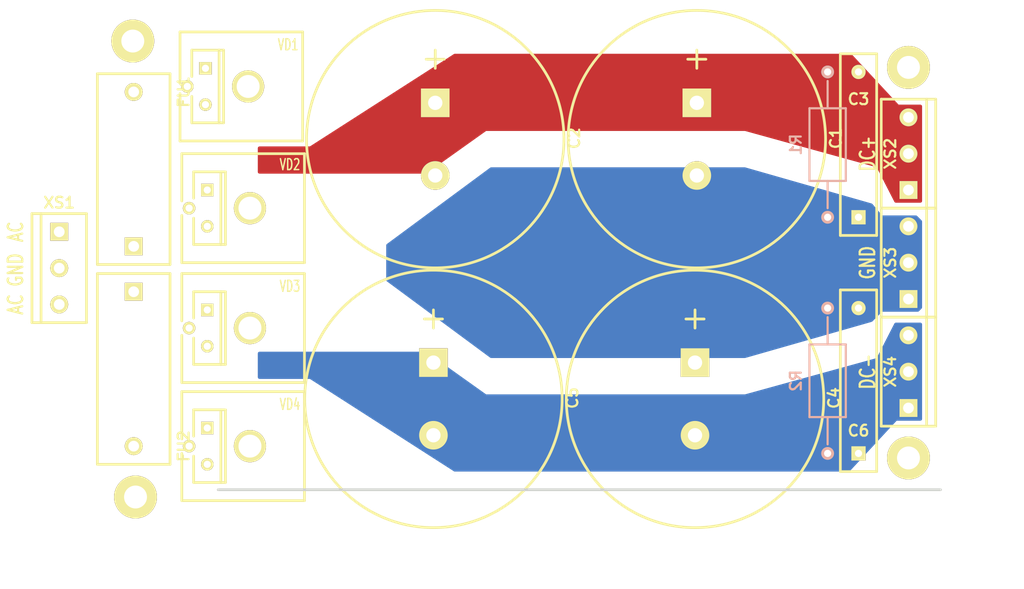
<source format=kicad_pcb>
(kicad_pcb (version 4) (host pcbnew 4.0.1-3.201512221401+6198~38~ubuntu15.10.1-stable)

  (general
    (links 33)
    (no_connects 14)
    (area 81.724499 128.079499 183.105501 128.460501)
    (thickness 1.6002)
    (drawings 9)
    (tracks 0)
    (zones 0)
    (modules 22)
    (nets 8)
  )

  (page A4)
  (layers
    (0 Front signal)
    (31 Back signal)
    (32 B.Adhes user)
    (33 F.Adhes user)
    (34 B.Paste user)
    (35 F.Paste user)
    (36 B.SilkS user)
    (37 F.SilkS user)
    (38 B.Mask user)
    (39 F.Mask user)
    (40 Dwgs.User user)
    (41 Cmts.User user)
    (42 Eco1.User user)
    (43 Eco2.User user)
    (44 Edge.Cuts user)
  )

  (setup
    (last_trace_width 1)
    (user_trace_width 2)
    (user_trace_width 4)
    (user_trace_width 5)
    (trace_clearance 0.5)
    (zone_clearance 1)
    (zone_45_only no)
    (trace_min 0.50038)
    (segment_width 0.381)
    (edge_width 0.381)
    (via_size 0.889)
    (via_drill 0.635)
    (via_min_size 0.889)
    (via_min_drill 0.508)
    (uvia_size 0.508)
    (uvia_drill 0.127)
    (uvias_allowed no)
    (uvia_min_size 0.508)
    (uvia_min_drill 0.127)
    (pcb_text_width 0.3048)
    (pcb_text_size 1.524 2.032)
    (mod_edge_width 0.381)
    (mod_text_size 1.524 1.524)
    (mod_text_width 0.3048)
    (pad_size 5.99948 5.99948)
    (pad_drill 3.2004)
    (pad_to_mask_clearance 0.254)
    (aux_axis_origin 0 0)
    (visible_elements FFFFFFBF)
    (pcbplotparams
      (layerselection 0x00030_80000001)
      (usegerberextensions true)
      (excludeedgelayer true)
      (linewidth 0.150000)
      (plotframeref false)
      (viasonmask false)
      (mode 1)
      (useauxorigin false)
      (hpglpennumber 1)
      (hpglpenspeed 20)
      (hpglpendiameter 15)
      (hpglpenoverlay 0)
      (psnegative false)
      (psa4output false)
      (plotreference true)
      (plotvalue true)
      (plotinvisibletext false)
      (padsonsilk true)
      (subtractmaskfromsilk true)
      (outputformat 1)
      (mirror false)
      (drillshape 0)
      (scaleselection 1)
      (outputdirectory /home/vdn/git/IWProject/kicad/voltage_regulator/))
  )

  (net 0 "")
  (net 1 /GND)
  (net 2 /VCC+)
  (net 3 /VCC-)
  (net 4 "Net-(FU1-Pad1)")
  (net 5 "Net-(FU1-Pad2)")
  (net 6 "Net-(FU2-Pad1)")
  (net 7 "Net-(FU2-Pad2)")

  (net_class Default "This is the default net class."
    (clearance 0.5)
    (trace_width 1)
    (via_dia 0.889)
    (via_drill 0.635)
    (uvia_dia 0.508)
    (uvia_drill 0.127)
    (add_net /GND)
    (add_net /VCC+)
    (add_net /VCC-)
    (add_net "Net-(FU1-Pad1)")
    (add_net "Net-(FU1-Pad2)")
    (add_net "Net-(FU2-Pad1)")
    (add_net "Net-(FU2-Pad2)")
  )

  (module FU_PTF15B (layer Front) (tedit 5544B231) (tstamp 51AC4813)
    (at 70.104 89.154 90)
    (descr "Bornier d'alimentation 2 pins")
    (tags DEV)
    (path /51AC3C99)
    (fp_text reference FU1 (at 16.51 6.985 90) (layer F.SilkS)
      (effects (font (thickness 0.3048)))
    )
    (fp_text value "15 A" (at 6.35 0 90) (layer F.SilkS) hide
      (effects (font (thickness 0.3048)))
    )
    (fp_line (start 19.05 -5.08) (end 19.05 5.08) (layer F.SilkS) (width 0.381))
    (fp_line (start -7.62 -5.08) (end -7.62 5.08) (layer F.SilkS) (width 0.381))
    (fp_line (start -7.62 5.08) (end 19.05 5.08) (layer F.SilkS) (width 0.381))
    (fp_line (start -7.62 -5.08) (end 19.05 -5.08) (layer F.SilkS) (width 0.381))
    (pad 1 thru_hole rect (at -5.08 0 90) (size 2.49936 2.49936) (drill 1.50114) (layers *.Cu *.Mask F.SilkS)
      (net 4 "Net-(FU1-Pad1)"))
    (pad 2 thru_hole circle (at 16.51 0 90) (size 2.49936 2.49936) (drill 1.50114) (layers *.Cu *.Mask F.SilkS)
      (net 5 "Net-(FU1-Pad2)"))
    (model device/bornier_2.wrl
      (at (xyz 0 0 0))
      (scale (xyz 1 1 1))
      (rotate (xyz 0 0 0))
    )
  )

  (module DG126-5.0-03P-14 (layer Front) (tedit 56B761C0) (tstamp 51AC49B9)
    (at 59.69 97.282 270)
    (descr "Bornier d'alimentation 2 pins")
    (tags DEV)
    (path /51AC3C4F)
    (fp_text reference XS1 (at -9.144 0 540) (layer F.SilkS)
      (effects (font (thickness 0.3048)))
    )
    (fp_text value DG126-5.0-03P-14 (at 0 9.398 270) (layer F.SilkS) hide
      (effects (font (thickness 0.3048)))
    )
    (fp_line (start -7.62 3.81) (end -7.62 -3.81) (layer F.SilkS) (width 0.381))
    (fp_line (start 7.62 3.81) (end 7.62 -3.81) (layer F.SilkS) (width 0.381))
    (fp_line (start -7.62 3.81) (end 7.62 3.81) (layer F.SilkS) (width 0.381))
    (fp_line (start -7.62 -3.81) (end 7.62 -3.81) (layer F.SilkS) (width 0.381))
    (fp_line (start 7.62 2.54) (end -7.62 2.54) (layer F.SilkS) (width 0.381))
    (pad 3 thru_hole circle (at 5.08 0 270) (size 2.49936 2.49936) (drill 1.50114) (layers *.Cu *.Mask F.SilkS)
      (net 6 "Net-(FU2-Pad1)"))
    (pad 1 thru_hole rect (at -5.08 0 270) (size 2.49936 2.49936) (drill 1.50114) (layers *.Cu *.Mask F.SilkS)
      (net 4 "Net-(FU1-Pad1)"))
    (pad 2 thru_hole circle (at 0 0 270) (size 2.49936 2.49936) (drill 1.50114) (layers *.Cu *.Mask F.SilkS)
      (net 1 /GND))
    (model device/bornier_2.wrl
      (at (xyz 0 0 0))
      (scale (xyz 1 1 1))
      (rotate (xyz 0 0 0))
    )
  )

  (module 1_pin (layer Front) (tedit 5544BF5D) (tstamp 51AC5623)
    (at 182.88 123.19)
    (descr "module 1 pin (ou trou mecanique de percage)")
    (tags DEV)
    (path 1_pin)
    (fp_text reference 1_PIN (at 0 -3.048) (layer F.SilkS) hide
      (effects (font (size 0.50038 0.50038) (thickness 0.12446)))
    )
    (fp_text value P*** (at 0 -1.524) (layer F.SilkS) hide
      (effects (font (size 1.016 1.016) (thickness 0.254)))
    )
    (pad 1 thru_hole circle (at -4.445 0.635) (size 5.99948 5.99948) (drill 3.2004) (layers *.Cu *.Mask F.SilkS)
      (solder_mask_margin 1.99898) (clearance 1.00076))
  )

  (module 1_pin (layer Front) (tedit 5544BE98) (tstamp 51AC5620)
    (at 182.88 66.04)
    (descr "module 1 pin (ou trou mecanique de percage)")
    (tags DEV)
    (path 1_pin)
    (fp_text reference 1_PIN (at 0 -3.048) (layer F.SilkS) hide
      (effects (font (size 0.50038 0.50038) (thickness 0.12446)))
    )
    (fp_text value P*** (at 0 -1.524) (layer F.SilkS) hide
      (effects (font (size 1.016 1.016) (thickness 0.254)))
    )
    (pad 1 thru_hole circle (at -4.445 3.175) (size 5.99948 5.99948) (drill 3.2004) (layers *.Cu *.Mask F.SilkS)
      (solder_mask_margin 1.99898) (clearance 1.00076))
  )

  (module 1_pin (layer Front) (tedit 56B76177) (tstamp 51AC561D)
    (at 60.198 130.556)
    (descr "module 1 pin (ou trou mecanique de percage)")
    (tags DEV)
    (path 1_pin)
    (fp_text reference 1_PIN (at 10.16 3.302) (layer F.SilkS) hide
      (effects (font (size 0.50038 0.50038) (thickness 0.12446)))
    )
    (fp_text value P*** (at 10.16 4.572) (layer F.SilkS) hide
      (effects (font (size 1.016 1.016) (thickness 0.254)))
    )
    (pad 1 thru_hole circle (at 10.16 -1.27) (size 5.99948 5.99948) (drill 3.2004) (layers *.Cu *.Mask F.SilkS)
      (solder_mask_margin 1.99898) (clearance 1.00076))
  )

  (module FU_PTF15B (layer Front) (tedit 5544B22C) (tstamp 51AC4815)
    (at 70.104 105.664 270)
    (descr "Bornier d'alimentation 2 pins")
    (tags DEV)
    (path /51AC3D29)
    (fp_text reference FU2 (at 16.51 -6.985 270) (layer F.SilkS)
      (effects (font (thickness 0.3048)))
    )
    (fp_text value "15 A" (at 6.35 0 270) (layer F.SilkS) hide
      (effects (font (thickness 0.3048)))
    )
    (fp_line (start 19.05 -5.08) (end 19.05 5.08) (layer F.SilkS) (width 0.381))
    (fp_line (start -7.62 -5.08) (end -7.62 5.08) (layer F.SilkS) (width 0.381))
    (fp_line (start -7.62 5.08) (end 19.05 5.08) (layer F.SilkS) (width 0.381))
    (fp_line (start -7.62 -5.08) (end 19.05 -5.08) (layer F.SilkS) (width 0.381))
    (pad 1 thru_hole rect (at -5.08 0 270) (size 2.49936 2.49936) (drill 1.50114) (layers *.Cu *.Mask F.SilkS)
      (net 6 "Net-(FU2-Pad1)"))
    (pad 2 thru_hole circle (at 16.51 0 270) (size 2.49936 2.49936) (drill 1.50114) (layers *.Cu *.Mask F.SilkS)
      (net 7 "Net-(FU2-Pad2)"))
    (model device/bornier_2.wrl
      (at (xyz 0 0 0))
      (scale (xyz 1 1 1))
      (rotate (xyz 0 0 0))
    )
  )

  (module K73-17 (layer Front) (tedit 55744D57) (tstamp 51AC4F94)
    (at 171.45 90.17 90)
    (descr "Bornier d'alimentation 2 pins")
    (tags DEV)
    (path /51AC3F2D)
    (fp_text reference C3 (at 16.51 0 180) (layer F.SilkS)
      (effects (font (thickness 0.3048)))
    )
    (fp_text value "0.47мк 400В" (at 10.16 5.08 90) (layer F.SilkS) hide
      (effects (font (thickness 0.3048)))
    )
    (fp_line (start 22.86 -2.54) (end -2.54 -2.54) (layer F.SilkS) (width 0.381))
    (fp_line (start -2.54 2.54) (end 22.86 2.54) (layer F.SilkS) (width 0.381))
    (fp_line (start 22.86 -2.54) (end 22.86 2.54) (layer F.SilkS) (width 0.381))
    (fp_line (start -2.54 -2.54) (end -2.54 2.54) (layer F.SilkS) (width 0.381))
    (pad 1 thru_hole rect (at 0 0 90) (size 1.99898 1.99898) (drill 1.00076) (layers *.Cu *.Mask F.SilkS)
      (net 1 /GND))
    (pad 2 thru_hole circle (at 20.32 0 90) (size 1.99898 1.99898) (drill 1.00076) (layers *.Cu *.Mask F.SilkS)
      (net 2 /VCC+))
    (model device/bornier_2.wrl
      (at (xyz 0 0 0))
      (scale (xyz 1 1 1))
      (rotate (xyz 0 0 0))
    )
  )

  (module K73-17 (layer Front) (tedit 55744D64) (tstamp 51AC4F96)
    (at 171.45 123.19 90)
    (descr "Bornier d'alimentation 2 pins")
    (tags DEV)
    (path /51AC3F7E)
    (fp_text reference C6 (at 3.175 0 180) (layer F.SilkS)
      (effects (font (thickness 0.3048)))
    )
    (fp_text value "0.47мк 400В" (at 10.16 5.08 90) (layer F.SilkS) hide
      (effects (font (thickness 0.3048)))
    )
    (fp_line (start 22.86 -2.54) (end -2.54 -2.54) (layer F.SilkS) (width 0.381))
    (fp_line (start -2.54 2.54) (end 22.86 2.54) (layer F.SilkS) (width 0.381))
    (fp_line (start 22.86 -2.54) (end 22.86 2.54) (layer F.SilkS) (width 0.381))
    (fp_line (start -2.54 -2.54) (end -2.54 2.54) (layer F.SilkS) (width 0.381))
    (pad 1 thru_hole rect (at 0 0 90) (size 1.99898 1.99898) (drill 1.00076) (layers *.Cu *.Mask F.SilkS)
      (net 3 /VCC-))
    (pad 2 thru_hole circle (at 20.32 0 90) (size 1.99898 1.99898) (drill 1.00076) (layers *.Cu *.Mask F.SilkS)
      (net 1 /GND))
    (model device/bornier_2.wrl
      (at (xyz 0 0 0))
      (scale (xyz 1 1 1))
      (rotate (xyz 0 0 0))
    )
  )

  (module 1_pin (layer Front) (tedit 56B76187) (tstamp 51AC55F6)
    (at 65.532 62.992)
    (descr "module 1 pin (ou trou mecanique de percage)")
    (tags DEV)
    (path 1_pin)
    (fp_text reference 1_PIN (at 3.81 -3.302) (layer F.SilkS) hide
      (effects (font (size 0.50038 0.50038) (thickness 0.12446)))
    )
    (fp_text value P*** (at 4.064 -2.032) (layer F.SilkS) hide
      (effects (font (size 1.016 1.016) (thickness 0.254)))
    )
    (pad 1 thru_hole circle (at 4.445 2.54) (size 5.99948 5.99948) (drill 3.2004) (layers *.Cu *.Mask F.SilkS)
      (solder_mask_margin 1.99898) (clearance 1.00076))
  )

  (module DG126-5.0-03P-14 (layer Front) (tedit 55744D78) (tstamp 51AC49BB)
    (at 178.435 81.28 90)
    (descr "Bornier d'alimentation 2 pins")
    (tags DEV)
    (path /55744C00)
    (fp_text reference XS2 (at 0 -2.54 90) (layer F.SilkS)
      (effects (font (thickness 0.3048)))
    )
    (fp_text value DG126-5.0-03P-14 (at 0 5.08 90) (layer F.SilkS) hide
      (effects (font (thickness 0.3048)))
    )
    (fp_line (start -7.62 3.81) (end -7.62 -3.81) (layer F.SilkS) (width 0.381))
    (fp_line (start 7.62 3.81) (end 7.62 -3.81) (layer F.SilkS) (width 0.381))
    (fp_line (start -7.62 3.81) (end 7.62 3.81) (layer F.SilkS) (width 0.381))
    (fp_line (start -7.62 -3.81) (end 7.62 -3.81) (layer F.SilkS) (width 0.381))
    (fp_line (start 7.62 2.54) (end -7.62 2.54) (layer F.SilkS) (width 0.381))
    (pad 3 thru_hole circle (at 5.08 0 90) (size 2.49936 2.49936) (drill 1.50114) (layers *.Cu *.Mask F.SilkS)
      (net 2 /VCC+))
    (pad 1 thru_hole rect (at -5.08 0 90) (size 2.49936 2.49936) (drill 1.50114) (layers *.Cu *.Mask F.SilkS)
      (net 2 /VCC+))
    (pad 2 thru_hole circle (at 0 0 90) (size 2.49936 2.49936) (drill 1.50114) (layers *.Cu *.Mask F.SilkS)
      (net 2 /VCC+))
    (model device/bornier_2.wrl
      (at (xyz 0 0 0))
      (scale (xyz 1 1 1))
      (rotate (xyz 0 0 0))
    )
  )

  (module DG126-5.0-03P-14 (layer Front) (tedit 55744D72) (tstamp 55744CFF)
    (at 178.435 96.52 90)
    (descr "Bornier d'alimentation 2 pins")
    (tags DEV)
    (path /51AC3EE1)
    (fp_text reference XS3 (at 0 -2.54 90) (layer F.SilkS)
      (effects (font (thickness 0.3048)))
    )
    (fp_text value DG126-5.0-03P-14 (at 0 5.08 90) (layer F.SilkS) hide
      (effects (font (thickness 0.3048)))
    )
    (fp_line (start -7.62 3.81) (end -7.62 -3.81) (layer F.SilkS) (width 0.381))
    (fp_line (start 7.62 3.81) (end 7.62 -3.81) (layer F.SilkS) (width 0.381))
    (fp_line (start -7.62 3.81) (end 7.62 3.81) (layer F.SilkS) (width 0.381))
    (fp_line (start -7.62 -3.81) (end 7.62 -3.81) (layer F.SilkS) (width 0.381))
    (fp_line (start 7.62 2.54) (end -7.62 2.54) (layer F.SilkS) (width 0.381))
    (pad 3 thru_hole circle (at 5.08 0 90) (size 2.49936 2.49936) (drill 1.50114) (layers *.Cu *.Mask F.SilkS)
      (net 1 /GND))
    (pad 1 thru_hole rect (at -5.08 0 90) (size 2.49936 2.49936) (drill 1.50114) (layers *.Cu *.Mask F.SilkS)
      (net 1 /GND))
    (pad 2 thru_hole circle (at 0 0 90) (size 2.49936 2.49936) (drill 1.50114) (layers *.Cu *.Mask F.SilkS)
      (net 1 /GND))
    (model device/bornier_2.wrl
      (at (xyz 0 0 0))
      (scale (xyz 1 1 1))
      (rotate (xyz 0 0 0))
    )
  )

  (module DG126-5.0-03P-14 (layer Front) (tedit 55744D6C) (tstamp 55744D0B)
    (at 178.435 111.76 90)
    (descr "Bornier d'alimentation 2 pins")
    (tags DEV)
    (path /55744C06)
    (fp_text reference XS4 (at 0 -2.54 90) (layer F.SilkS)
      (effects (font (thickness 0.3048)))
    )
    (fp_text value DG126-5.0-03P-14 (at 0 5.08 90) (layer F.SilkS) hide
      (effects (font (thickness 0.3048)))
    )
    (fp_line (start -7.62 3.81) (end -7.62 -3.81) (layer F.SilkS) (width 0.381))
    (fp_line (start 7.62 3.81) (end 7.62 -3.81) (layer F.SilkS) (width 0.381))
    (fp_line (start -7.62 3.81) (end 7.62 3.81) (layer F.SilkS) (width 0.381))
    (fp_line (start -7.62 -3.81) (end 7.62 -3.81) (layer F.SilkS) (width 0.381))
    (fp_line (start 7.62 2.54) (end -7.62 2.54) (layer F.SilkS) (width 0.381))
    (pad 3 thru_hole circle (at 5.08 0 90) (size 2.49936 2.49936) (drill 1.50114) (layers *.Cu *.Mask F.SilkS)
      (net 3 /VCC-))
    (pad 1 thru_hole rect (at -5.08 0 90) (size 2.49936 2.49936) (drill 1.50114) (layers *.Cu *.Mask F.SilkS)
      (net 3 /VCC-))
    (pad 2 thru_hole circle (at 0 0 90) (size 2.49936 2.49936) (drill 1.50114) (layers *.Cu *.Mask F.SilkS)
      (net 3 /VCC-))
    (model device/bornier_2.wrl
      (at (xyz 0 0 0))
      (scale (xyz 1 1 1))
      (rotate (xyz 0 0 0))
    )
  )

  (module LFcomponents:RESISTOR_1W (layer Back) (tedit 554A4B5A) (tstamp 569628E2)
    (at 167.132 80.01 270)
    (descr "Bornier d'alimentation 2 pins")
    (tags DEV)
    (path /56962990)
    (fp_text reference R1 (at 0 4.445 270) (layer B.SilkS)
      (effects (font (thickness 0.3048)) (justify mirror))
    )
    (fp_text value "20 к" (at 0 -4.445 270) (layer B.SilkS) hide
      (effects (font (thickness 0.3048)) (justify mirror))
    )
    (fp_line (start -5.08 0) (end -8.89 0) (layer B.SilkS) (width 0.3048))
    (fp_line (start 5.08 0) (end 8.89 0) (layer B.SilkS) (width 0.3048))
    (fp_line (start -5.08 -2.54) (end 5.08 -2.54) (layer B.SilkS) (width 0.3048))
    (fp_line (start 5.08 -2.54) (end 5.08 2.54) (layer B.SilkS) (width 0.3048))
    (fp_line (start -5.08 -2.54) (end -5.08 2.54) (layer B.SilkS) (width 0.3048))
    (fp_line (start -5.08 2.54) (end 5.08 2.54) (layer B.SilkS) (width 0.3048))
    (pad 1 thru_hole circle (at -10.16 0 270) (size 1.8 1.8) (drill 1) (layers *.Cu *.Mask B.SilkS)
      (net 2 /VCC+))
    (pad 2 thru_hole circle (at 10.16 0 270) (size 1.8 1.8) (drill 1) (layers *.Cu *.Mask B.SilkS)
      (net 1 /GND))
  )

  (module LFcomponents:RESISTOR_1W (layer Back) (tedit 554A4B5A) (tstamp 569628E8)
    (at 167.132 113.03 270)
    (descr "Bornier d'alimentation 2 pins")
    (tags DEV)
    (path /56962C17)
    (fp_text reference R2 (at 0 4.445 270) (layer B.SilkS)
      (effects (font (thickness 0.3048)) (justify mirror))
    )
    (fp_text value "20 к" (at 0 -4.445 270) (layer B.SilkS) hide
      (effects (font (thickness 0.3048)) (justify mirror))
    )
    (fp_line (start -5.08 0) (end -8.89 0) (layer B.SilkS) (width 0.3048))
    (fp_line (start 5.08 0) (end 8.89 0) (layer B.SilkS) (width 0.3048))
    (fp_line (start -5.08 -2.54) (end 5.08 -2.54) (layer B.SilkS) (width 0.3048))
    (fp_line (start 5.08 -2.54) (end 5.08 2.54) (layer B.SilkS) (width 0.3048))
    (fp_line (start -5.08 -2.54) (end -5.08 2.54) (layer B.SilkS) (width 0.3048))
    (fp_line (start -5.08 2.54) (end 5.08 2.54) (layer B.SilkS) (width 0.3048))
    (pad 1 thru_hole circle (at -10.16 0 270) (size 1.8 1.8) (drill 1) (layers *.Cu *.Mask B.SilkS)
      (net 1 /GND))
    (pad 2 thru_hole circle (at 10.16 0 270) (size 1.8 1.8) (drill 1) (layers *.Cu *.Mask B.SilkS)
      (net 3 /VCC-))
  )

  (module LFcomponents:TO220_RAD_16.5x15_VD (layer Front) (tedit 56B75F8A) (tstamp 56B76AC4)
    (at 86.106 71.882)
    (tags "TR TO220")
    (path /56B75911)
    (fp_text reference VD1 (at 5.588 -5.842) (layer F.SilkS)
      (effects (font (size 1.524 1.016) (thickness 0.2032)))
    )
    (fp_text value MBR15100 (at 4.064 0 90) (layer F.SilkS) hide
      (effects (font (size 1.524 1.016) (thickness 0.2032)))
    )
    (fp_line (start -9.525 -7.62) (end -9.525 -1.016) (layer F.SilkS) (width 0.381))
    (fp_line (start -9.525 7.62) (end -9.525 1.016) (layer F.SilkS) (width 0.381))
    (fp_line (start -7.874 -5.08) (end -7.874 -1.397) (layer F.SilkS) (width 0.381))
    (fp_line (start -7.874 5.08) (end -7.874 1.397) (layer F.SilkS) (width 0.381))
    (fp_line (start 7.62 7.62) (end -9.525 7.62) (layer F.SilkS) (width 0.381))
    (fp_line (start 7.62 -7.62) (end 7.62 7.62) (layer F.SilkS) (width 0.381))
    (fp_line (start 7.62 -7.62) (end -9.525 -7.62) (layer F.SilkS) (width 0.381))
    (fp_line (start -4.064 -5.08) (end -3.429 -5.08) (layer F.SilkS) (width 0.381))
    (fp_line (start -3.429 -5.08) (end -3.429 5.08) (layer F.SilkS) (width 0.381))
    (fp_line (start -3.429 5.08) (end -4.064 5.08) (layer F.SilkS) (width 0.381))
    (fp_line (start -7.874 -5.08) (end -4.064 -5.08) (layer F.SilkS) (width 0.381))
    (fp_line (start -4.064 -5.08) (end -4.064 5.08) (layer F.SilkS) (width 0.381))
    (fp_line (start -4.064 5.08) (end -7.874 5.08) (layer F.SilkS) (width 0.381))
    (pad 4 thru_hole circle (at 0 0) (size 4.5 4.5) (drill 3.2) (layers *.Cu *.Mask F.SilkS))
    (pad 1 thru_hole rect (at -5.969 -2.54) (size 1.75 1.75) (drill 1) (layers *.Cu *.Mask F.SilkS)
      (net 5 "Net-(FU1-Pad2)"))
    (pad 2 thru_hole circle (at -8.509 0) (size 1.75 1.75) (drill 1) (layers *.Cu *.Mask F.SilkS)
      (net 2 /VCC+))
    (pad 3 thru_hole circle (at -5.969 2.54) (size 1.75 1.75) (drill 1) (layers *.Cu *.Mask F.SilkS))
    (model discret/to220_vert.wrl
      (at (xyz 0 0 0))
      (scale (xyz 1 1 1))
      (rotate (xyz 0 0 0))
    )
  )

  (module LFcomponents:TO220_RAD_16.5x15_VD (layer Front) (tedit 56B75F91) (tstamp 56B76AD9)
    (at 86.36 88.9)
    (tags "TR TO220")
    (path /56B75B22)
    (fp_text reference VD2 (at 5.588 -6.096) (layer F.SilkS)
      (effects (font (size 1.524 1.016) (thickness 0.2032)))
    )
    (fp_text value MBR15100 (at 4.064 0 90) (layer F.SilkS) hide
      (effects (font (size 1.524 1.016) (thickness 0.2032)))
    )
    (fp_line (start -9.525 -7.62) (end -9.525 -1.016) (layer F.SilkS) (width 0.381))
    (fp_line (start -9.525 7.62) (end -9.525 1.016) (layer F.SilkS) (width 0.381))
    (fp_line (start -7.874 -5.08) (end -7.874 -1.397) (layer F.SilkS) (width 0.381))
    (fp_line (start -7.874 5.08) (end -7.874 1.397) (layer F.SilkS) (width 0.381))
    (fp_line (start 7.62 7.62) (end -9.525 7.62) (layer F.SilkS) (width 0.381))
    (fp_line (start 7.62 -7.62) (end 7.62 7.62) (layer F.SilkS) (width 0.381))
    (fp_line (start 7.62 -7.62) (end -9.525 -7.62) (layer F.SilkS) (width 0.381))
    (fp_line (start -4.064 -5.08) (end -3.429 -5.08) (layer F.SilkS) (width 0.381))
    (fp_line (start -3.429 -5.08) (end -3.429 5.08) (layer F.SilkS) (width 0.381))
    (fp_line (start -3.429 5.08) (end -4.064 5.08) (layer F.SilkS) (width 0.381))
    (fp_line (start -7.874 -5.08) (end -4.064 -5.08) (layer F.SilkS) (width 0.381))
    (fp_line (start -4.064 -5.08) (end -4.064 5.08) (layer F.SilkS) (width 0.381))
    (fp_line (start -4.064 5.08) (end -7.874 5.08) (layer F.SilkS) (width 0.381))
    (pad 4 thru_hole circle (at 0 0) (size 4.5 4.5) (drill 3.2) (layers *.Cu *.Mask F.SilkS))
    (pad 1 thru_hole rect (at -5.969 -2.54) (size 1.75 1.75) (drill 1) (layers *.Cu *.Mask F.SilkS)
      (net 7 "Net-(FU2-Pad2)"))
    (pad 2 thru_hole circle (at -8.509 0) (size 1.75 1.75) (drill 1) (layers *.Cu *.Mask F.SilkS)
      (net 2 /VCC+))
    (pad 3 thru_hole circle (at -5.969 2.54) (size 1.75 1.75) (drill 1) (layers *.Cu *.Mask F.SilkS))
    (model discret/to220_vert.wrl
      (at (xyz 0 0 0))
      (scale (xyz 1 1 1))
      (rotate (xyz 0 0 0))
    )
  )

  (module LFcomponents:TO220_RAD_16.5x15_VD (layer Front) (tedit 56B75F98) (tstamp 56B76AEE)
    (at 86.36 105.664)
    (tags "TR TO220")
    (path /56B75C46)
    (fp_text reference VD3 (at 5.588 -5.842) (layer F.SilkS)
      (effects (font (size 1.524 1.016) (thickness 0.2032)))
    )
    (fp_text value MBR15100 (at 4.318 0 90) (layer F.SilkS) hide
      (effects (font (size 1.524 1.016) (thickness 0.2032)))
    )
    (fp_line (start -9.525 -7.62) (end -9.525 -1.016) (layer F.SilkS) (width 0.381))
    (fp_line (start -9.525 7.62) (end -9.525 1.016) (layer F.SilkS) (width 0.381))
    (fp_line (start -7.874 -5.08) (end -7.874 -1.397) (layer F.SilkS) (width 0.381))
    (fp_line (start -7.874 5.08) (end -7.874 1.397) (layer F.SilkS) (width 0.381))
    (fp_line (start 7.62 7.62) (end -9.525 7.62) (layer F.SilkS) (width 0.381))
    (fp_line (start 7.62 -7.62) (end 7.62 7.62) (layer F.SilkS) (width 0.381))
    (fp_line (start 7.62 -7.62) (end -9.525 -7.62) (layer F.SilkS) (width 0.381))
    (fp_line (start -4.064 -5.08) (end -3.429 -5.08) (layer F.SilkS) (width 0.381))
    (fp_line (start -3.429 -5.08) (end -3.429 5.08) (layer F.SilkS) (width 0.381))
    (fp_line (start -3.429 5.08) (end -4.064 5.08) (layer F.SilkS) (width 0.381))
    (fp_line (start -7.874 -5.08) (end -4.064 -5.08) (layer F.SilkS) (width 0.381))
    (fp_line (start -4.064 -5.08) (end -4.064 5.08) (layer F.SilkS) (width 0.381))
    (fp_line (start -4.064 5.08) (end -7.874 5.08) (layer F.SilkS) (width 0.381))
    (pad 4 thru_hole circle (at 0 0) (size 4.5 4.5) (drill 3.2) (layers *.Cu *.Mask F.SilkS))
    (pad 1 thru_hole rect (at -5.969 -2.54) (size 1.75 1.75) (drill 1) (layers *.Cu *.Mask F.SilkS)
      (net 3 /VCC-))
    (pad 2 thru_hole circle (at -8.509 0) (size 1.75 1.75) (drill 1) (layers *.Cu *.Mask F.SilkS)
      (net 5 "Net-(FU1-Pad2)"))
    (pad 3 thru_hole circle (at -5.969 2.54) (size 1.75 1.75) (drill 1) (layers *.Cu *.Mask F.SilkS))
    (model discret/to220_vert.wrl
      (at (xyz 0 0 0))
      (scale (xyz 1 1 1))
      (rotate (xyz 0 0 0))
    )
  )

  (module LFcomponents:TO220_RAD_16.5x15_VD (layer Front) (tedit 56B75F9D) (tstamp 56B76B03)
    (at 86.36 122.174)
    (tags "TR TO220")
    (path /56B75C4C)
    (fp_text reference VD4 (at 5.588 -5.842) (layer F.SilkS)
      (effects (font (size 1.524 1.016) (thickness 0.2032)))
    )
    (fp_text value MBR15100 (at 4.064 0 90) (layer F.SilkS) hide
      (effects (font (size 1.524 1.016) (thickness 0.2032)))
    )
    (fp_line (start -9.525 -7.62) (end -9.525 -1.016) (layer F.SilkS) (width 0.381))
    (fp_line (start -9.525 7.62) (end -9.525 1.016) (layer F.SilkS) (width 0.381))
    (fp_line (start -7.874 -5.08) (end -7.874 -1.397) (layer F.SilkS) (width 0.381))
    (fp_line (start -7.874 5.08) (end -7.874 1.397) (layer F.SilkS) (width 0.381))
    (fp_line (start 7.62 7.62) (end -9.525 7.62) (layer F.SilkS) (width 0.381))
    (fp_line (start 7.62 -7.62) (end 7.62 7.62) (layer F.SilkS) (width 0.381))
    (fp_line (start 7.62 -7.62) (end -9.525 -7.62) (layer F.SilkS) (width 0.381))
    (fp_line (start -4.064 -5.08) (end -3.429 -5.08) (layer F.SilkS) (width 0.381))
    (fp_line (start -3.429 -5.08) (end -3.429 5.08) (layer F.SilkS) (width 0.381))
    (fp_line (start -3.429 5.08) (end -4.064 5.08) (layer F.SilkS) (width 0.381))
    (fp_line (start -7.874 -5.08) (end -4.064 -5.08) (layer F.SilkS) (width 0.381))
    (fp_line (start -4.064 -5.08) (end -4.064 5.08) (layer F.SilkS) (width 0.381))
    (fp_line (start -4.064 5.08) (end -7.874 5.08) (layer F.SilkS) (width 0.381))
    (pad 4 thru_hole circle (at 0 0) (size 4.5 4.5) (drill 3.2) (layers *.Cu *.Mask F.SilkS))
    (pad 1 thru_hole rect (at -5.969 -2.54) (size 1.75 1.75) (drill 1) (layers *.Cu *.Mask F.SilkS)
      (net 3 /VCC-))
    (pad 2 thru_hole circle (at -8.509 0) (size 1.75 1.75) (drill 1) (layers *.Cu *.Mask F.SilkS)
      (net 7 "Net-(FU2-Pad2)"))
    (pad 3 thru_hole circle (at -5.969 2.54) (size 1.75 1.75) (drill 1) (layers *.Cu *.Mask F.SilkS))
    (model discret/to220_vert.wrl
      (at (xyz 0 0 0))
      (scale (xyz 1 1 1))
      (rotate (xyz 0 0 0))
    )
  )

  (module LFcomponents:CAPACITOR_10_D36 (layer Front) (tedit 56C6CB27) (tstamp 56D55A8C)
    (at 148.844 79.248 270)
    (descr "Bornier d'alimentation 2 pins")
    (tags DEV)
    (path /51AC3F31)
    (fp_text reference C1 (at -0.127 -19.431 270) (layer F.SilkS)
      (effects (font (thickness 0.3048)))
    )
    (fp_text value "10000 мк 100 В" (at 0 19.939 270) (layer F.SilkS) hide
      (effects (font (thickness 0.3048)))
    )
    (fp_line (start -11.176 -1.27) (end -11.176 1.27) (layer F.SilkS) (width 0.381))
    (fp_line (start -12.446 0) (end -9.906 0) (layer F.SilkS) (width 0.381))
    (fp_circle (center 0 0) (end 18 0) (layer F.SilkS) (width 0.381))
    (pad 1 thru_hole rect (at -5.08 0 270) (size 4 4) (drill 2) (layers *.Cu *.Mask F.SilkS)
      (net 2 /VCC+))
    (pad 2 thru_hole circle (at 5.08 0 270) (size 4 4) (drill 2) (layers *.Cu *.Mask F.SilkS)
      (net 1 /GND))
  )

  (module LFcomponents:CAPACITOR_10_D36 (layer Front) (tedit 56C6CB27) (tstamp 56D55A92)
    (at 112.268 79.248 270)
    (descr "Bornier d'alimentation 2 pins")
    (tags DEV)
    (path /51AC4B9B)
    (fp_text reference C2 (at -0.127 -19.431 270) (layer F.SilkS)
      (effects (font (thickness 0.3048)))
    )
    (fp_text value "10000 мк 100 В" (at 0 19.939 270) (layer F.SilkS) hide
      (effects (font (thickness 0.3048)))
    )
    (fp_line (start -11.176 -1.27) (end -11.176 1.27) (layer F.SilkS) (width 0.381))
    (fp_line (start -12.446 0) (end -9.906 0) (layer F.SilkS) (width 0.381))
    (fp_circle (center 0 0) (end 18 0) (layer F.SilkS) (width 0.381))
    (pad 1 thru_hole rect (at -5.08 0 270) (size 4 4) (drill 2) (layers *.Cu *.Mask F.SilkS)
      (net 2 /VCC+))
    (pad 2 thru_hole circle (at 5.08 0 270) (size 4 4) (drill 2) (layers *.Cu *.Mask F.SilkS)
      (net 1 /GND))
  )

  (module LFcomponents:CAPACITOR_10_D36 (layer Front) (tedit 56C6CB27) (tstamp 56D55A98)
    (at 148.59 115.57 270)
    (descr "Bornier d'alimentation 2 pins")
    (tags DEV)
    (path /51AC3F7D)
    (fp_text reference C4 (at -0.127 -19.431 270) (layer F.SilkS)
      (effects (font (thickness 0.3048)))
    )
    (fp_text value "10000 мк 100 В" (at 0 19.939 270) (layer F.SilkS) hide
      (effects (font (thickness 0.3048)))
    )
    (fp_line (start -11.176 -1.27) (end -11.176 1.27) (layer F.SilkS) (width 0.381))
    (fp_line (start -12.446 0) (end -9.906 0) (layer F.SilkS) (width 0.381))
    (fp_circle (center 0 0) (end 18 0) (layer F.SilkS) (width 0.381))
    (pad 1 thru_hole rect (at -5.08 0 270) (size 4 4) (drill 2) (layers *.Cu *.Mask F.SilkS)
      (net 1 /GND))
    (pad 2 thru_hole circle (at 5.08 0 270) (size 4 4) (drill 2) (layers *.Cu *.Mask F.SilkS)
      (net 3 /VCC-))
  )

  (module LFcomponents:CAPACITOR_10_D36 (layer Front) (tedit 56C6CB27) (tstamp 56D55A9E)
    (at 112.014 115.57 270)
    (descr "Bornier d'alimentation 2 pins")
    (tags DEV)
    (path /51AC4B9C)
    (fp_text reference C5 (at -0.127 -19.431 270) (layer F.SilkS)
      (effects (font (thickness 0.3048)))
    )
    (fp_text value "10000 мк 100 В" (at 0 19.939 270) (layer F.SilkS) hide
      (effects (font (thickness 0.3048)))
    )
    (fp_line (start -11.176 -1.27) (end -11.176 1.27) (layer F.SilkS) (width 0.381))
    (fp_line (start -12.446 0) (end -9.906 0) (layer F.SilkS) (width 0.381))
    (fp_circle (center 0 0) (end 18 0) (layer F.SilkS) (width 0.381))
    (pad 1 thru_hole rect (at -5.08 0 270) (size 4 4) (drill 2) (layers *.Cu *.Mask F.SilkS)
      (net 1 /GND))
    (pad 2 thru_hole circle (at 5.08 0 270) (size 4 4) (drill 2) (layers *.Cu *.Mask F.SilkS)
      (net 3 /VCC-))
  )

  (dimension 131.318246 (width 0.3048) (layer Eco2.User)
    (gr_text "131,318 mm" (at 117.308951 142.879647 0.1108234198) (layer Eco2.User)
      (effects (font (size 2.032 1.524) (thickness 0.3048)))
    )
    (feature1 (pts (xy 182.88 97.282) (xy 182.971096 144.378244)))
    (feature2 (pts (xy 51.562 97.536) (xy 51.653096 144.632244)))
    (crossbar (pts (xy 51.646807 141.38105) (xy 182.964807 141.12705)))
    (arrow1a (pts (xy 182.964807 141.12705) (xy 181.83944 141.715649)))
    (arrow1b (pts (xy 182.964807 141.12705) (xy 181.837171 140.542809)))
    (arrow2a (pts (xy 51.646807 141.38105) (xy 52.774443 141.965291)))
    (arrow2b (pts (xy 51.646807 141.38105) (xy 52.772174 140.792451)))
  )
  (dimension 72.644 (width 0.3048) (layer Eco2.User)
    (gr_text "72,644 mm" (at 192.6336 96.266 90) (layer Eco2.User)
      (effects (font (size 2.032 1.524) (thickness 0.3048)))
    )
    (feature1 (pts (xy 113.03 59.944) (xy 194.2592 59.944)))
    (feature2 (pts (xy 113.03 132.588) (xy 194.2592 132.588)))
    (crossbar (pts (xy 191.008 132.588) (xy 191.008 59.944)))
    (arrow1a (pts (xy 191.008 59.944) (xy 191.594421 61.070504)))
    (arrow1b (pts (xy 191.008 59.944) (xy 190.421579 61.070504)))
    (arrow2a (pts (xy 191.008 132.588) (xy 191.594421 131.461496)))
    (arrow2b (pts (xy 191.008 132.588) (xy 190.421579 131.461496)))
  )
  (gr_line (start 81.915 128.27) (end 182.915 128.27) (angle 90) (layer Edge.Cuts) (width 0.381))
  (gr_text AC (at 53.594 102.362 90) (layer F.SilkS) (tstamp 5544BB40)
    (effects (font (size 2.032 1.524) (thickness 0.3048)))
  )
  (gr_text GND (at 53.594 97.536 90) (layer F.SilkS) (tstamp 5544BB4E)
    (effects (font (size 2.032 1.524) (thickness 0.3048)))
  )
  (gr_text AC (at 53.594 92.202 90) (layer F.SilkS) (tstamp 5544BB02)
    (effects (font (size 2.032 1.524) (thickness 0.3048)))
  )
  (gr_text GND (at 172.72 96.52 90) (layer F.SilkS) (tstamp 5544BAEA)
    (effects (font (size 2.032 1.524) (thickness 0.3048)))
  )
  (gr_text DC- (at 172.72 111.76 90) (layer F.SilkS) (tstamp 5544BAD5)
    (effects (font (size 2.032 1.524) (thickness 0.3048)))
  )
  (gr_text DC+ (at 172.72 81.28 90) (layer F.SilkS)
    (effects (font (size 2.032 1.524) (thickness 0.3048)))
  )

  (zone (net 1) (net_name /GND) (layer Back) (tstamp 5544BB61) (hatch edge 0.508)
    (connect_pads yes (clearance 1))
    (min_thickness 0.5)
    (fill (arc_segments 16) (thermal_gap 0.508) (thermal_bridge_width 0.508))
    (polygon
      (pts
        (xy 180.34 102.87) (xy 179.832 103.378) (xy 174.752 103.378) (xy 173.355 104.775) (xy 155.575 109.855)
        (xy 120.015 109.855) (xy 105.41 99.06) (xy 105.41 93.98) (xy 120.015 83.185) (xy 155.575 83.185)
        (xy 173.355 88.265) (xy 174.752 89.916) (xy 179.578 89.916) (xy 180.34 90.678)
      )
    )
    (filled_polygon
      (pts
        (xy 180.09 102.766447) (xy 179.728447 103.128) (xy 174.648447 103.128) (xy 173.224031 104.552416) (xy 155.539986 109.605)
        (xy 120.097363 109.605) (xy 105.66 98.933905) (xy 105.66 94.106095) (xy 120.097363 83.435) (xy 155.539986 83.435)
        (xy 173.213245 88.484502) (xy 174.63605 90.166) (xy 179.474447 90.166) (xy 180.09 90.781553) (xy 180.09 102.766447)
      )
    )
  )
  (zone (net 2) (net_name /VCC+) (layer Front) (tstamp 55744FB0) (hatch edge 0.508)
    (connect_pads yes (clearance 1))
    (min_thickness 0.5)
    (fill (arc_segments 16) (thermal_gap 0.508) (thermal_bridge_width 0.508))
    (polygon
      (pts
        (xy 180.34 88.138) (xy 176.53 88.138) (xy 173.99 83.185) (xy 155.575 78.105) (xy 119.38 78.105)
        (xy 110.998 84.074) (xy 86.868 84.074) (xy 86.868 80.264) (xy 94.742 80.264) (xy 114.935 67.31)
        (xy 170.434 67.31) (xy 177.049813 74.422) (xy 180.34 74.422)
      )
    )
    (filled_polygon
      (pts
        (xy 180.09 87.888) (xy 176.682751 87.888) (xy 174.162344 82.973205) (xy 155.608851 77.855) (xy 119.300081 77.855)
        (xy 110.918081 83.824) (xy 87.705 83.824) (xy 87.705 80.514) (xy 94.815296 80.514) (xy 115.008296 67.56)
        (xy 170.325115 67.56) (xy 176.940928 74.672) (xy 180.09 74.672) (xy 180.09 87.888)
      )
    )
  )
  (zone (net 3) (net_name /VCC-) (layer Back) (tstamp 5544EAE6) (hatch edge 0.508)
    (connect_pads yes (clearance 1))
    (min_thickness 0.5)
    (fill (arc_segments 16) (thermal_gap 0.508) (thermal_bridge_width 0.508))
    (polygon
      (pts
        (xy 180.34 118.618) (xy 176.784 118.618) (xy 170.18 125.73) (xy 114.935 125.73) (xy 94.742 112.776)
        (xy 86.868 112.776) (xy 86.868 108.966) (xy 110.998 108.966) (xy 119.38 114.935) (xy 155.575 114.935)
        (xy 173.99 109.855) (xy 176.53 104.902) (xy 180.34 104.902)
      )
    )
    (filled_polygon
      (pts
        (xy 180.09 118.368) (xy 176.674983 118.368) (xy 170.070983 125.48) (xy 115.008296 125.48) (xy 94.815296 112.526)
        (xy 87.705 112.526) (xy 87.705 109.216) (xy 110.918081 109.216) (xy 119.300081 115.185) (xy 155.608851 115.185)
        (xy 174.162344 110.066795) (xy 176.682751 105.152) (xy 180.09 105.152) (xy 180.09 118.368)
      )
    )
  )
)

</source>
